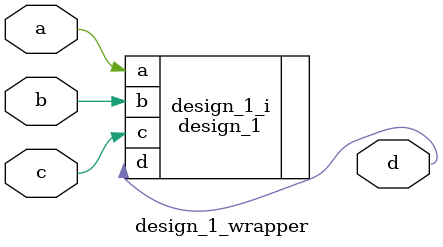
<source format=v>
`timescale 1 ps / 1 ps

module design_1_wrapper
   (a,
    b,
    c,
    d);
  input a;
  input b;
  input c;
  output d;

  wire a;
  wire b;
  wire c;
  wire d;

  design_1 design_1_i
       (.a(a),
        .b(b),
        .c(c),
        .d(d));
endmodule

</source>
